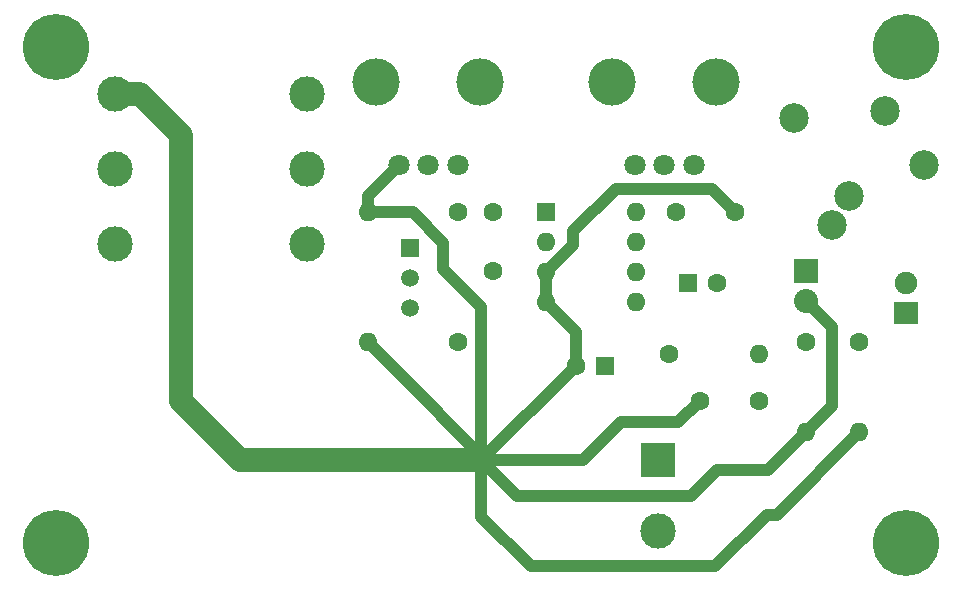
<source format=gbl>
G04 #@! TF.GenerationSoftware,KiCad,Pcbnew,no-vcs-found-8c7175b~60~ubuntu16.04.1*
G04 #@! TF.CreationDate,2017-09-13T21:37:39+02:00*
G04 #@! TF.ProjectId,ruby,727562792E6B696361645F7063620000,rev?*
G04 #@! TF.SameCoordinates,Original*
G04 #@! TF.FileFunction,Copper,L2,Bot,Signal*
G04 #@! TF.FilePolarity,Positive*
%FSLAX46Y46*%
G04 Gerber Fmt 4.6, Leading zero omitted, Abs format (unit mm)*
G04 Created by KiCad (PCBNEW no-vcs-found-8c7175b~60~ubuntu16.04.1) date Wed Sep 13 21:37:39 2017*
%MOMM*%
%LPD*%
G01*
G04 APERTURE LIST*
%ADD10C,1.800000*%
%ADD11C,4.000000*%
%ADD12C,5.600000*%
%ADD13C,3.000000*%
%ADD14C,1.600000*%
%ADD15R,1.600000X1.600000*%
%ADD16R,3.000000X3.000000*%
%ADD17R,1.520000X1.520000*%
%ADD18C,1.520000*%
%ADD19O,1.600000X1.600000*%
%ADD20O,2.032000X2.032000*%
%ADD21R,2.032000X2.032000*%
%ADD22C,2.500000*%
%ADD23C,1.900000*%
%ADD24R,2.000000X1.900000*%
%ADD25C,1.000000*%
%ADD26C,2.000000*%
G04 APERTURE END LIST*
D10*
X123000000Y-74000000D03*
X125500000Y-74000000D03*
X128000000Y-74000000D03*
D11*
X121100000Y-67000000D03*
X129900000Y-67000000D03*
X109900000Y-67000000D03*
X101100000Y-67000000D03*
D10*
X108000000Y-74000000D03*
X105500000Y-74000000D03*
X103000000Y-74000000D03*
D12*
X146000000Y-64000000D03*
X146000000Y-106000000D03*
X74000000Y-106000000D03*
X74000000Y-64000000D03*
D13*
X79000000Y-68000000D03*
X79000000Y-80700000D03*
X79000000Y-74350000D03*
X95230000Y-68000000D03*
X95230000Y-80700000D03*
X95230000Y-74350000D03*
D14*
X111000000Y-83000000D03*
X111000000Y-78000000D03*
X118000000Y-91000000D03*
D15*
X120500000Y-91000000D03*
D14*
X126500000Y-78000000D03*
X131500000Y-78000000D03*
X133500000Y-94000000D03*
X128500000Y-94000000D03*
X130000000Y-84000000D03*
D15*
X127500000Y-84000000D03*
D16*
X125000000Y-99000000D03*
D13*
X125000000Y-105000000D03*
D17*
X104000000Y-81000000D03*
D18*
X104000000Y-86080000D03*
X104000000Y-83540000D03*
D19*
X100380000Y-89000000D03*
D14*
X108000000Y-89000000D03*
X108000000Y-78000000D03*
D19*
X100380000Y-78000000D03*
D14*
X125880000Y-90000000D03*
D19*
X133500000Y-90000000D03*
X137500000Y-96620000D03*
D14*
X137500000Y-89000000D03*
D19*
X123120000Y-78000000D03*
X115500000Y-85620000D03*
X123120000Y-80540000D03*
X115500000Y-83080000D03*
X123120000Y-83080000D03*
X115500000Y-80540000D03*
X123120000Y-85620000D03*
D15*
X115500000Y-78000000D03*
D20*
X137500000Y-85540000D03*
D21*
X137500000Y-83000000D03*
D22*
X147500000Y-74000000D03*
X144200000Y-69450000D03*
X136500000Y-70000000D03*
X139700000Y-79050000D03*
X141100000Y-76650000D03*
D23*
X146000000Y-84000000D03*
D24*
X146000000Y-86540000D03*
D19*
X142000000Y-96620000D03*
D14*
X142000000Y-89000000D03*
D25*
X117800000Y-79600000D02*
X117800000Y-80780000D01*
X131500000Y-78000000D02*
X129500000Y-76000000D01*
X129500000Y-76000000D02*
X121400000Y-76000000D01*
X121400000Y-76000000D02*
X117800000Y-79600000D01*
X117800000Y-80780000D02*
X115500000Y-83080000D01*
X114200000Y-108000000D02*
X110000000Y-103800000D01*
X110000000Y-103800000D02*
X110000000Y-99000000D01*
X129800000Y-108000000D02*
X114200000Y-108000000D01*
X134200000Y-103600000D02*
X129800000Y-108000000D01*
X135020000Y-103600000D02*
X134200000Y-103600000D01*
X142000000Y-96620000D02*
X135020000Y-103600000D01*
X129988630Y-99811370D02*
X134308630Y-99811370D01*
X134308630Y-99811370D02*
X137500000Y-96620000D01*
X137500000Y-85540000D02*
X139720000Y-87760000D01*
X139720000Y-87760000D02*
X139720000Y-94400000D01*
D26*
X84600000Y-94000000D02*
X89600000Y-99000000D01*
X89600000Y-99000000D02*
X110000000Y-99000000D01*
X84600000Y-71478680D02*
X84600000Y-94000000D01*
X79000000Y-68000000D02*
X81121320Y-68000000D01*
X81121320Y-68000000D02*
X84600000Y-71478680D01*
D25*
X110000000Y-99000000D02*
X113000000Y-99000000D01*
X121800000Y-95800000D02*
X126700000Y-95800000D01*
X126700000Y-95800000D02*
X128500000Y-94000000D01*
X118600000Y-99000000D02*
X121800000Y-95800000D01*
X110000000Y-99000000D02*
X118600000Y-99000000D01*
X129988630Y-99811370D02*
X127800000Y-102000000D01*
X127800000Y-102000000D02*
X113000000Y-102000000D01*
X113000000Y-102000000D02*
X110000000Y-99000000D01*
X139720000Y-94400000D02*
X137500000Y-96620000D01*
X100380000Y-78000000D02*
X100380000Y-76620000D01*
X100380000Y-76620000D02*
X103000000Y-74000000D01*
X106800000Y-80600000D02*
X104200000Y-78000000D01*
X104200000Y-78000000D02*
X100380000Y-78000000D01*
X106800000Y-82800000D02*
X106800000Y-80600000D01*
X110000000Y-86000000D02*
X106800000Y-82800000D01*
X110000000Y-99000000D02*
X110000000Y-86000000D01*
X110000000Y-99000000D02*
X110000000Y-98620000D01*
X110000000Y-98620000D02*
X103000000Y-91620000D01*
X115500000Y-85620000D02*
X115500000Y-83080000D01*
X118000000Y-91000000D02*
X118000000Y-88120000D01*
X118000000Y-88120000D02*
X115500000Y-85620000D01*
X110000000Y-99000000D02*
X118000000Y-91000000D01*
X100380000Y-89000000D02*
X103000000Y-91620000D01*
M02*

</source>
